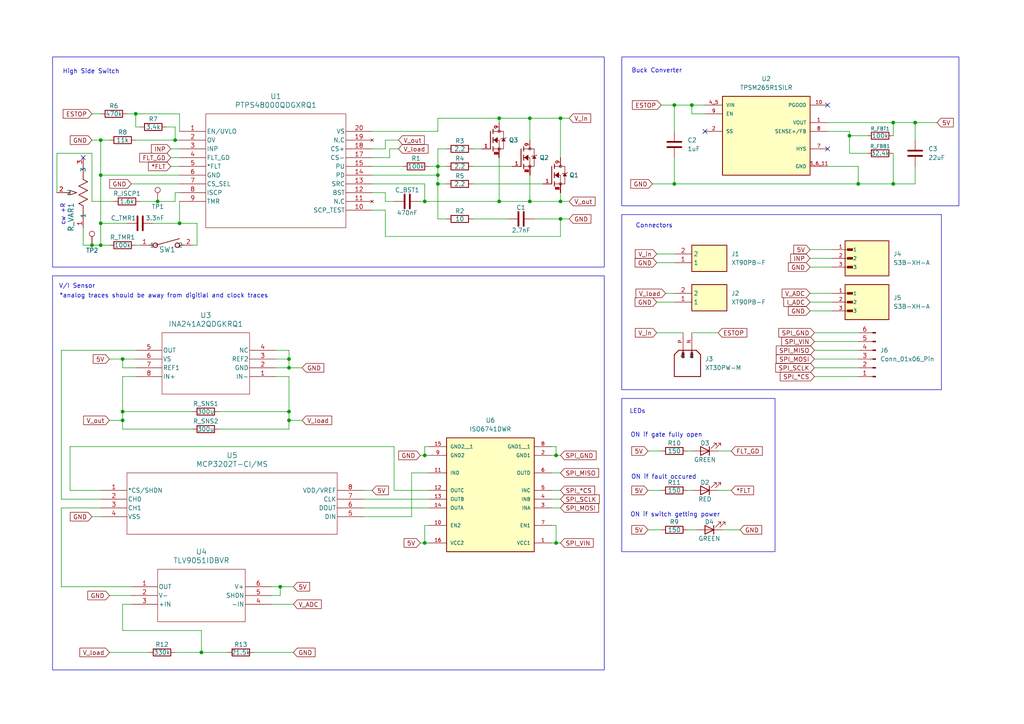
<source format=kicad_sch>
(kicad_sch (version 20250114) (generator "eeschema") (generator_version "9.0")
  (paper "A4")
  (lib_symbols
    (symbol "2025-07-09_20-10-29:PTPS48000QDGXRQ1" (pin_names (offset 0.254))
      (property "Reference" "U" (at 27.94 10.16 0))
      (property "Value" "PTPS48000QDGXRQ1" (at 27.94 7.62 0))
      (symbol "PTPS48000QDGXRQ1_0_1"
        (pin input line (at 0 0 0) (length 7.62) (name "EN/UVLO") (number "1"))
        (pin input line (at 0 -2.54 0) (length 7.62) (name "OV") (number "2"))
        (pin input line (at 0 -5.08 0) (length 7.62) (name "INP") (number "3"))
        (pin output line (at 0 -7.62 0) (length 7.62) (name "FLT_GD") (number "4"))
        (pin output line (at 0 -10.16 0) (length 7.62) (name "*FLT") (number "5"))
        (pin power_out line (at 0 -12.7 0) (length 7.62) (name "GND") (number "6"))
        (pin input line (at 0 -15.24 0) (length 7.62) (name "CS_SEL") (number "7"))
        (pin input line (at 0 -17.78 0) (length 7.62) (name "ISCP") (number "8"))
        (pin input line (at 0 -20.32 0) (length 7.62) (name "TMR") (number "9"))
        (pin power_in line (at 55.88 0 180) (length 7.62) (name "VS") (number "20"))
        (pin no_connect line (at 55.88 -2.54 180) (length 7.62) (name "N.C") (number "19"))
        (pin input line (at 55.88 -5.08 180) (length 7.62) (name "CS+") (number "18"))
        (pin input line (at 55.88 -7.62 180) (length 7.62) (name "CS-") (number "17"))
        (pin output line (at 55.88 -10.16 180) (length 7.62) (name "PU") (number "15"))
        (pin output line (at 55.88 -12.7 180) (length 7.62) (name "PD") (number "14"))
        (pin output line (at 55.88 -15.24 180) (length 7.62) (name "SRC") (number "13"))
        (pin output line (at 55.88 -17.78 180) (length 7.62) (name "BST") (number "12"))
        (pin no_connect line (at 55.88 -20.32 180) (length 7.62) (name "N.C") (number "11"))
        (pin input line (at 55.88 -22.86 180) (length 7.62) (name "SCP_TEST") (number "10"))
      )
    )
    (symbol "20k_potentiometer:T93YA203JT20" (pin_names (offset 0.254))
      (property "Reference" "R" (at 10.795 -3.175 0))
      (property "Value" "T93YA203JT20" (at 10.795 -6.35 0))
      (symbol "T93YA203JT20_1_1"
        (pin unspecified line (at 0 0 0) (length 2.54) (name "1") (number "1"))
        (pin unspecified line (at 10.16 7.62 270) (length 2.54) (name "2") (number "2"))
        (pin unspecified line (at 20.32 0 180) (length 2.54) (name "3") (number "3"))
      )
      (symbol "T93YA203JT20_1_2"
        (pin unspecified line (at -7.62 -10.16 0) (length 2.54) (name "2") (number "2"))
        (pin unspecified line (at 0 0 270) (length 2.54) (name "1") (number "1"))
        (pin unspecified line (at 0 -20.32 90) (length 2.54) (name "3") (number "3"))
      )
    )
    (symbol "Connector:Conn_01x06_Pin" (pin_names (offset 1.016) (hide yes))
      (property "Reference" "J" (at 0 7.62 0))
      (property "Value" "Conn_01x06_Pin" (at 0 -10.16 0))
      (symbol "Conn_01x06_Pin_1_1"
        (pin passive line (at 5.08 5.08 180) (length 3.81) (name "Pin_1") (number "1"))
        (pin passive line (at 5.08 2.54 180) (length 3.81) (name "Pin_2") (number "2"))
        (pin passive line (at 5.08 0 180) (length 3.81) (name "Pin_3") (number "3"))
        (pin passive line (at 5.08 -2.54 180) (length 3.81) (name "Pin_4") (number "4"))
        (pin passive line (at 5.08 -5.08 180) (length 3.81) (name "Pin_5") (number "5"))
        (pin passive line (at 5.08 -7.62 180) (length 3.81) (name "Pin_6") (number "6"))
      )
    )
    (symbol "Connector:TestPoint" (pin_numbers (hide yes)) (pin_names (offset 0.762) (hide yes))
      (property "Reference" "TP" (at 0 6.858 0))
      (property "Value" "TestPoint" (at 0 5.08 0))
      (symbol "TestPoint_1_1"
        (pin passive line (at 0 0 90) (length 2.54) (name "1") (number "1"))
      )
    )
    (symbol "Device:C" (pin_numbers (hide yes)) (pin_names (offset 0.254))
      (property "Reference" "C" (at 0.635 2.54 0))
      (property "Value" "C" (at 0.635 -2.54 0))
      (symbol "C_1_1"
        (pin passive line (at 0 3.81 270) (length 2.794) (name "~") (number "1"))
        (pin passive line (at 0 -3.81 90) (length 2.794) (name "~") (number "2"))
      )
    )
    (symbol "Device:LED" (pin_numbers (hide yes)) (pin_names (offset 1.016) (hide yes))
      (property "Reference" "D" (at 0 2.54 0))
      (property "Value" "LED" (at 0 -2.54 0))
      (symbol "LED_1_1"
        (pin passive line (at -3.81 0 0) (length 2.54) (name "C") (number "1"))
        (pin passive line (at 3.81 0 180) (length 2.54) (name "A") (number "2"))
      )
    )
    (symbol "Device:R" (pin_numbers (hide yes)) (pin_names (offset 0))
      (property "Reference" "R" (at 2.032 0 90))
      (property "Value" "R" (at 0 0 90))
      (symbol "R_1_1"
        (pin passive line (at 0 3.81 270) (length 1.27) (name "~") (number "1"))
        (pin passive line (at 0 -3.81 90) (length 1.27) (name "~") (number "2"))
      )
    )
    (symbol "IAUS200N08S5N023ATMA1:IAUS200N08S5N023ATMA1" (pin_names (offset 1.016))
      (property "Reference" "Q" (at -8.89 2.54 0))
      (property "Value" "IAUS200N08S5N023ATMA1" (at -8.89 -7.62 0))
      (symbol "IAUS200N08S5N023ATMA1_0_0"
        (pin passive line (at -2.54 -2.54 0) (length 2.54) (name "~") (number "1"))
        (pin passive line (at 2.54 5.08 270) (length 2.54) (name "~") (number "9"))
        (pin passive line (at 2.54 -5.08 90) (length 2.54) (name "~") (number "2"))
        (pin passive line (at 2.54 -5.08 90) (length 2.54) (name "~") (number "3"))
        (pin passive line (at 2.54 -5.08 90) (length 2.54) (name "~") (number "4"))
        (pin passive line (at 2.54 -5.08 90) (length 2.54) (name "~") (number "5"))
        (pin passive line (at 2.54 -5.08 90) (length 2.54) (name "~") (number "6"))
        (pin passive line (at 2.54 -5.08 90) (length 2.54) (name "~") (number "7"))
        (pin passive line (at 2.54 -5.08 90) (length 2.54) (name "~") (number "8"))
      )
    )
    (symbol "INA241A1:INA241A1QDGKRQ1" (pin_names (offset 0.254))
      (property "Reference" "U" (at 20.32 10.16 0))
      (property "Value" "INA241A1QDGKRQ1" (at 20.32 7.62 0))
      (symbol "INA241A1QDGKRQ1_0_1"
        (pin input line (at 0 0 0) (length 7.62) (name "IN-") (number "1"))
        (pin power_out line (at 0 -2.54 0) (length 7.62) (name "GND") (number "2"))
        (pin input line (at 0 -5.08 0) (length 7.62) (name "REF2") (number "3"))
        (pin power_out line (at 0 -7.62 0) (length 7.62) (name "NC") (number "4"))
        (pin input line (at 40.64 0 180) (length 7.62) (name "IN+") (number "8"))
        (pin input line (at 40.64 -2.54 180) (length 7.62) (name "REF1") (number "7"))
        (pin power_in line (at 40.64 -5.08 180) (length 7.62) (name "VS") (number "6"))
        (pin output line (at 40.64 -7.62 180) (length 7.62) (name "OUT") (number "5"))
      )
    )
    (symbol "ISO6741DWR:ISO6741DWR" (pin_names (offset 1.016))
      (property "Reference" "U" (at -12.7 16.002 0))
      (property "Value" "ISO6741DWR" (at -12.7 -18.542 0))
      (symbol "ISO6741DWR_0_0"
        (pin power_in line (at -17.78 12.7 0) (length 5.08) (name "VCC1") (number "1"))
        (pin input line (at -17.78 7.62 0) (length 5.08) (name "EN1") (number "7"))
        (pin input line (at -17.78 2.54 0) (length 5.08) (name "INA") (number "3"))
        (pin input line (at -17.78 0 0) (length 5.08) (name "INB") (number "4"))
        (pin input line (at -17.78 -2.54 0) (length 5.08) (name "INC") (number "5"))
        (pin output line (at -17.78 -7.62 0) (length 5.08) (name "OUTD") (number "6"))
        (pin power_in line (at -17.78 -12.7 0) (length 5.08) (name "GND1") (number "2"))
        (pin power_in line (at -17.78 -15.24 0) (length 5.08) (name "GND1__1") (number "8"))
        (pin power_in line (at 17.78 12.7 180) (length 5.08) (name "VCC2") (number "16"))
        (pin input line (at 17.78 7.62 180) (length 5.08) (name "EN2") (number "10"))
        (pin output line (at 17.78 2.54 180) (length 5.08) (name "OUTA") (number "14"))
        (pin output line (at 17.78 0 180) (length 5.08) (name "OUTB") (number "13"))
        (pin output line (at 17.78 -2.54 180) (length 5.08) (name "OUTC") (number "12"))
        (pin input line (at 17.78 -7.62 180) (length 5.08) (name "IND") (number "11"))
        (pin power_in line (at 17.78 -12.7 180) (length 5.08) (name "GND2") (number "9"))
        (pin power_in line (at 17.78 -15.24 180) (length 5.08) (name "GND2__1") (number "15"))
      )
    )
    (symbol "MCP3202:MCP3202T-CI_MS" (pin_names (offset 0.254))
      (property "Reference" "U" (at 38.1 10.16 0))
      (property "Value" "MCP3202T-CI/MS" (at 38.1 7.62 0))
      (symbol "MCP3202T-CI_MS_0_1"
        (pin unspecified line (at 0 0 0) (length 7.62) (name "*CS/SHDN") (number "1"))
        (pin unspecified line (at 0 -2.54 0) (length 7.62) (name "CH0") (number "2"))
        (pin unspecified line (at 0 -5.08 0) (length 7.62) (name "CH1") (number "3"))
        (pin unspecified line (at 0 -7.62 0) (length 7.62) (name "VSS") (number "4"))
        (pin unspecified line (at 76.2 0 180) (length 7.62) (name "VDD/VREF") (number "8"))
        (pin unspecified line (at 76.2 -2.54 180) (length 7.62) (name "CLK") (number "7"))
        (pin unspecified line (at 76.2 -5.08 180) (length 7.62) (name "DOUT") (number "6"))
        (pin unspecified line (at 76.2 -7.62 180) (length 7.62) (name "DIN") (number "5"))
      )
    )
    (symbol "TLV9051IDBVR:TLV9051IDBVR" (pin_names (offset 0.254))
      (property "Reference" "U" (at 20.32 10.16 0))
      (property "Value" "TLV9051IDBVR" (at 20.32 7.62 0))
      (symbol "TLV9051IDBVR_0_1"
        (pin output line (at 0 0 0) (length 7.62) (name "OUT") (number "1"))
        (pin power_in line (at 0 -2.54 0) (length 7.62) (name "V-") (number "2"))
        (pin input line (at 0 -5.08 0) (length 7.62) (name "+IN") (number "3"))
        (pin power_in line (at 40.64 0 180) (length 7.62) (name "V+") (number "6"))
        (pin input line (at 40.64 -2.54 180) (length 7.62) (name "SHDN") (number "5"))
        (pin input line (at 40.64 -5.08 180) (length 7.62) (name "-IN") (number "4"))
      )
    )
    (symbol "TPSM265R1SILR:TPSM265R1SILR" (pin_names (offset 1.016))
      (property "Reference" "U" (at -12.7 11.049 0))
      (property "Value" "TPSM265R1SILR" (at -12.7 -15.24 0))
      (symbol "TPSM265R1SILR_0_0"
        (pin input line (at -17.78 7.62 0) (length 5.08) (name "VIN") (number "4_5"))
        (pin input line (at -17.78 5.08 0) (length 5.08) (name "EN") (number "9"))
        (pin input line (at -17.78 0 0) (length 5.08) (name "SS") (number "2"))
        (pin output line (at 17.78 7.62 180) (length 5.08) (name "PGOOD") (number "10"))
        (pin output line (at 17.78 2.54 180) (length 5.08) (name "VOUT") (number "1"))
        (pin input line (at 17.78 0 180) (length 5.08) (name "SENSE+/FB") (number "8"))
        (pin output line (at 17.78 -5.08 180) (length 5.08) (name "HYS") (number "7"))
        (pin power_in line (at 17.78 -10.16 180) (length 5.08) (name "GND") (number "3_6_11"))
      )
    )
    (symbol "XT30PW-M:XT30PW-M" (pin_names (offset 1.016))
      (property "Reference" "J" (at -7.62 3.302 0))
      (property "Value" "XT30PW-M" (at -7.62 -7.62 0))
      (symbol "XT30PW-M_0_0"
        (pin power_in line (at 5.08 0 180) (length 5.08) (name "P") (number "P"))
        (pin power_in line (at 5.08 -2.54 180) (length 5.08) (name "N") (number "N"))
      )
    )
    (symbol "XT90PB-F:XT90PB-F"
      (property "Reference" "J" (at 16.51 7.62 0))
      (property "Value" "XT90PB-F" (at 16.51 5.08 0))
      (symbol "XT90PB-F_1_1"
        (pin passive line (at 0 0 0) (length 5.08) (name "2") (number "2"))
        (pin passive line (at 0 -2.54 0) (length 5.08) (name "1") (number "1"))
      )
    )
    (symbol "XT90PB-F_1"
      (property "Reference" "J1" (at 16.51 0.0001 0))
      (property "Value" "XT90PB-F" (at 16.51 -2.5399 0))
      (symbol "XT90PB-F_1_1_1"
        (pin power_out line (at 0 0 0) (length 5.08) (name "2") (number "2"))
        (pin power_in line (at 0 -2.54 0) (length 5.08) (name "1") (number "1"))
      )
    )
    (symbol "dip_1:DS04-254-1-01BK-SMT" (pin_names (offset 0.254))
      (property "Reference" "SW" (at 7.62 3.81 0))
      (property "Value" "DS04-254-1-01BK-SMT" (at 0 0 0))
      (symbol "DS04-254-1-01BK-SMT_0_1"
        (pin unspecified line (at 0 0 0) (length 2.54) (name "1") (number "1"))
        (pin unspecified line (at 15.24 0 180) (length 2.54) (name "2") (number "2"))
      )
    )
    (symbol "jst_3pin:S3B-XH-A" (pin_names (offset 1.016))
      (property "Reference" "J" (at -6.85 5.08 0))
      (property "Value" "S3B-XH-A" (at -6.35 -7.62 0))
      (symbol "S3B-XH-A_0_0"
        (pin passive line (at -10.16 2.54 0) (length 5.08) (name "1") (number "1"))
        (pin passive line (at -10.16 0 0) (length 5.08) (name "2") (number "2"))
        (pin passive line (at -10.16 -2.54 0) (length 5.08) (name "3") (number "3"))
      )
    )
  )
  (rectangle (start 180.34 16.51) (end 278.13 59.69))
  (rectangle (start 15.24 16.51) (end 175.26 77.47))
  (rectangle (start 180.34 115.57) (end 224.79 160.02))
  (rectangle (start 15.24 80.01) (end 175.26 194.31))
  (rectangle (start 180.34 62.23) (end 273.05 113.03))
  (text "LEDs" (at 184.912 119.38 0) (effects (font (size 1.27 1.27))))
  (text "Connectors" (at 189.738 65.532 0) (effects (font (size 1.27 1.27))))
  (text "Buck Converter" (at 190.5 20.574 0) (effects (font (size 1.27 1.27))))
  (text "*analog traces should be away from digitial and clock traces" (at 47.498 85.852 0) (effects (font (size 1.27 1.27))))
  (text "ON if switch getting power" (at 195.834 149.352 0) (effects (font (size 1.27 1.27))))
  (text "ON if fault occured" (at 192.532 138.43 0) (effects (font (size 1.27 1.27))))
  (text "High Side Switch" (at 26.416 20.828 0) (effects (font (size 1.27 1.27))))
  (text "V/I Sensor" (at 22.352 83.058 0) (effects (font (size 1.27 1.27))))
  (text "cw +R" (at 18.288 62.23 90) (effects (font (size 1.27 1.27))))
  (text "ON if gate fully open" (at 193.294 126.238 0) (effects (font (size 1.27 1.27))))
  (junction (at 153.67 34.29))
  (junction (at 26.67 71.12))
  (junction (at 35.56 104.14))
  (junction (at 259.08 35.56))
  (junction (at 246.38 39.37))
  (junction (at 265.43 35.56))
  (junction (at 162.56 63.5))
  (junction (at 195.58 30.48))
  (junction (at 35.56 121.92))
  (junction (at 29.21 64.77))
  (junction (at 162.56 34.29))
  (junction (at 127 48.26))
  (junction (at 195.58 53.34))
  (junction (at 127 53.34))
  (junction (at 144.78 34.29))
  (junction (at 58.42 189.23))
  (junction (at 162.56 58.42))
  (junction (at 248.92 53.34))
  (junction (at 161.29 132.08))
  (junction (at 123.19 157.48))
  (junction (at 123.19 132.08))
  (junction (at 83.82 121.92))
  (junction (at 83.82 104.14))
  (junction (at 45.72 58.42))
  (junction (at 81.28 170.18))
  (junction (at 39.37 33.02))
  (junction (at 29.21 71.12))
  (junction (at 123.19 58.42))
  (junction (at 29.21 40.64))
  (junction (at 29.21 50.8))
  (junction (at 50.8 40.64))
  (junction (at 83.82 106.68))
  (junction (at 52.07 64.77))
  (junction (at 161.29 157.48))
  (junction (at 144.78 58.42))
  (junction (at 35.56 119.38))
  (junction (at 83.82 119.38))
  (junction (at 127 50.8))
  (junction (at 259.08 53.34))
  (junction (at 153.67 58.42))
  (junction (at 200.66 30.48))
  (no_connect (at 240.03 30.48))
  (no_connect (at 240.03 43.18))
  (no_connect (at 24.13 45.72))
  (no_connect (at 204.47 38.1))
  (wire (pts (xy 83.82 106.68) (xy 87.63 106.68)))
  (wire (pts (xy 195.58 30.48) (xy 195.58 38.1)))
  (wire (pts (xy 114.3 142.24) (xy 124.46 142.24)))
  (wire (pts (xy 29.21 71.12) (xy 31.75 71.12)))
  (wire (pts (xy 107.95 50.8) (xy 127 50.8)))
  (wire (pts (xy 200.66 30.48) (xy 204.47 30.48)))
  (wire (pts (xy 39.37 71.12) (xy 40.64 71.12)))
  (wire (pts (xy 265.43 35.56) (xy 271.78 35.56)))
  (wire (pts (xy 162.56 34.29) (xy 162.56 45.72)))
  (wire (pts (xy 259.08 35.56) (xy 265.43 35.56)))
  (wire (pts (xy 26.67 40.64) (xy 29.21 40.64)))
  (wire (pts (xy 199.39 130.81) (xy 200.66 130.81)))
  (wire (pts (xy 240.03 38.1) (xy 246.38 38.1)))
  (wire (pts (xy 248.92 48.26) (xy 248.92 53.34)))
  (wire (pts (xy 80.01 109.22) (xy 83.82 109.22)))
  (wire (pts (xy 114.3 58.42) (xy 111.76 58.42)))
  (wire (pts (xy 35.56 175.26) (xy 35.56 182.88)))
  (wire (pts (xy 107.95 45.72) (xy 113.03 45.72)))
  (wire (pts (xy 29.21 147.32) (xy 17.78 147.32)))
  (wire (pts (xy 17.78 144.78) (xy 29.21 144.78)))
  (wire (pts (xy 234.95 90.17) (xy 241.3 90.17)))
  (wire (pts (xy 81.28 172.72) (xy 81.28 170.18)))
  (wire (pts (xy 113.03 43.18) (xy 113.03 45.72)))
  (wire (pts (xy 246.38 39.37) (xy 246.38 38.1)))
  (wire (pts (xy 162.56 68.58) (xy 162.56 63.5)))
  (wire (pts (xy 259.08 53.34) (xy 248.92 53.34)))
  (wire (pts (xy 234.95 72.39) (xy 241.3 72.39)))
  (wire (pts (xy 105.41 149.86) (xy 119.38 149.86)))
  (wire (pts (xy 83.82 109.22) (xy 83.82 119.38)))
  (wire (pts (xy 153.67 58.42) (xy 162.56 58.42)))
  (wire (pts (xy 24.13 71.12) (xy 26.67 71.12)))
  (wire (pts (xy 144.78 34.29) (xy 153.67 34.29)))
  (wire (pts (xy 35.56 104.14) (xy 39.37 104.14)))
  (wire (pts (xy 31.75 121.92) (xy 35.56 121.92)))
  (wire (pts (xy 127 63.5) (xy 127 53.34)))
  (wire (pts (xy 137.16 43.18) (xy 139.7 43.18)))
  (wire (pts (xy 29.21 64.77) (xy 36.83 64.77)))
  (wire (pts (xy 162.56 58.42) (xy 165.1 58.42)))
  (wire (pts (xy 63.5 124.46) (xy 83.82 124.46)))
  (wire (pts (xy 111.76 58.42) (xy 111.76 55.88)))
  (wire (pts (xy 124.46 48.26) (xy 127 48.26)))
  (wire (pts (xy 17.78 170.18) (xy 38.1 170.18)))
  (wire (pts (xy 154.94 63.5) (xy 162.56 63.5)))
  (wire (pts (xy 199.39 153.67) (xy 201.93 153.67)))
  (wire (pts (xy 137.16 48.26) (xy 148.59 48.26)))
  (wire (pts (xy 31.75 172.72) (xy 38.1 172.72)))
  (wire (pts (xy 246.38 44.45) (xy 246.38 39.37)))
  (wire (pts (xy 111.76 40.64) (xy 115.57 40.64)))
  (wire (pts (xy 161.29 152.4) (xy 161.29 157.48)))
  (wire (pts (xy 114.3 129.54) (xy 114.3 142.24)))
  (wire (pts (xy 78.74 172.72) (xy 81.28 172.72)))
  (wire (pts (xy 38.1 175.26) (xy 35.56 175.26)))
  (wire (pts (xy 39.37 109.22) (xy 35.56 109.22)))
  (wire (pts (xy 107.95 142.24) (xy 105.41 142.24)))
  (wire (pts (xy 52.07 64.77) (xy 52.07 58.42)))
  (wire (pts (xy 190.5 73.66) (xy 195.58 73.66)))
  (wire (pts (xy 127 34.29) (xy 144.78 34.29)))
  (wire (pts (xy 17.78 101.6) (xy 39.37 101.6)))
  (wire (pts (xy 162.56 137.16) (xy 160.02 137.16)))
  (wire (pts (xy 153.67 34.29) (xy 153.67 40.64)))
  (wire (pts (xy 116.84 48.26) (xy 107.95 48.26)))
  (wire (pts (xy 35.56 109.22) (xy 35.56 119.38)))
  (wire (pts (xy 105.41 147.32) (xy 124.46 147.32)))
  (wire (pts (xy 129.54 43.18) (xy 127 43.18)))
  (wire (pts (xy 162.56 144.78) (xy 160.02 144.78)))
  (wire (pts (xy 17.78 147.32) (xy 17.78 170.18)))
  (wire (pts (xy 127 34.29) (xy 127 38.1)))
  (wire (pts (xy 144.78 45.72) (xy 144.78 58.42)))
  (wire (pts (xy 144.78 58.42) (xy 153.67 58.42)))
  (wire (pts (xy 111.76 60.96) (xy 111.76 68.58)))
  (wire (pts (xy 127 53.34) (xy 129.54 53.34)))
  (wire (pts (xy 45.72 58.42) (xy 50.8 58.42)))
  (wire (pts (xy 236.22 99.06) (xy 248.92 99.06)))
  (wire (pts (xy 195.58 45.72) (xy 195.58 53.34)))
  (wire (pts (xy 123.19 152.4) (xy 123.19 157.48)))
  (wire (pts (xy 111.76 55.88) (xy 107.95 55.88)))
  (wire (pts (xy 200.66 96.52) (xy 208.28 96.52)))
  (wire (pts (xy 259.08 35.56) (xy 259.08 39.37)))
  (wire (pts (xy 26.67 58.42) (xy 26.67 44.45)))
  (wire (pts (xy 107.95 38.1) (xy 127 38.1)))
  (wire (pts (xy 137.16 63.5) (xy 147.32 63.5)))
  (wire (pts (xy 193.04 85.09) (xy 195.58 85.09)))
  (wire (pts (xy 208.28 130.81) (xy 212.09 130.81)))
  (wire (pts (xy 187.96 130.81) (xy 191.77 130.81)))
  (wire (pts (xy 119.38 137.16) (xy 124.46 137.16)))
  (wire (pts (xy 234.95 85.09) (xy 241.3 85.09)))
  (wire (pts (xy 189.23 53.34) (xy 195.58 53.34)))
  (wire (pts (xy 26.67 44.45) (xy 16.51 44.45)))
  (wire (pts (xy 162.56 34.29) (xy 165.1 34.29)))
  (wire (pts (xy 162.56 55.88) (xy 162.56 58.42)))
  (wire (pts (xy 35.56 119.38) (xy 55.88 119.38)))
  (wire (pts (xy 191.77 30.48) (xy 195.58 30.48)))
  (wire (pts (xy 31.75 104.14) (xy 35.56 104.14)))
  (wire (pts (xy 190.5 96.52) (xy 198.12 96.52)))
  (wire (pts (xy 35.56 124.46) (xy 35.56 121.92)))
  (wire (pts (xy 111.76 43.18) (xy 111.76 40.64)))
  (wire (pts (xy 39.37 106.68) (xy 35.56 106.68)))
  (wire (pts (xy 83.82 119.38) (xy 83.82 121.92)))
  (wire (pts (xy 162.56 147.32) (xy 160.02 147.32)))
  (wire (pts (xy 259.08 44.45) (xy 259.08 53.34)))
  (wire (pts (xy 123.19 58.42) (xy 144.78 58.42)))
  (wire (pts (xy 199.39 142.24) (xy 200.66 142.24)))
  (wire (pts (xy 50.8 36.83) (xy 50.8 40.64)))
  (wire (pts (xy 107.95 60.96) (xy 111.76 60.96)))
  (wire (pts (xy 38.1 53.34) (xy 52.07 53.34)))
  (wire (pts (xy 153.67 50.8) (xy 153.67 58.42)))
  (wire (pts (xy 153.67 34.29) (xy 162.56 34.29)))
  (wire (pts (xy 39.37 33.02) (xy 52.07 33.02)))
  (wire (pts (xy 80.01 106.68) (xy 83.82 106.68)))
  (wire (pts (xy 240.03 35.56) (xy 259.08 35.56)))
  (wire (pts (xy 234.95 77.47) (xy 241.3 77.47)))
  (wire (pts (xy 20.32 129.54) (xy 114.3 129.54)))
  (wire (pts (xy 105.41 144.78) (xy 124.46 144.78)))
  (wire (pts (xy 50.8 189.23) (xy 58.42 189.23)))
  (wire (pts (xy 111.76 68.58) (xy 162.56 68.58)))
  (wire (pts (xy 195.58 53.34) (xy 248.92 53.34)))
  (wire (pts (xy 35.56 121.92) (xy 35.56 119.38)))
  (wire (pts (xy 29.21 50.8) (xy 52.07 50.8)))
  (wire (pts (xy 29.21 40.64) (xy 31.75 40.64)))
  (wire (pts (xy 246.38 39.37) (xy 251.46 39.37)))
  (wire (pts (xy 200.66 33.02) (xy 204.47 33.02)))
  (wire (pts (xy 29.21 142.24) (xy 20.32 142.24)))
  (wire (pts (xy 251.46 44.45) (xy 246.38 44.45)))
  (wire (pts (xy 24.13 71.12) (xy 24.13 66.04)))
  (wire (pts (xy 83.82 104.14) (xy 83.82 106.68)))
  (wire (pts (xy 80.01 104.14) (xy 83.82 104.14)))
  (wire (pts (xy 29.21 40.64) (xy 29.21 50.8)))
  (wire (pts (xy 190.5 76.2) (xy 195.58 76.2)))
  (wire (pts (xy 29.21 64.77) (xy 29.21 71.12)))
  (wire (pts (xy 187.96 153.67) (xy 191.77 153.67)))
  (wire (pts (xy 35.56 124.46) (xy 55.88 124.46)))
  (wire (pts (xy 208.28 142.24) (xy 212.09 142.24)))
  (wire (pts (xy 57.15 71.12) (xy 57.15 64.77)))
  (wire (pts (xy 123.19 132.08) (xy 124.46 132.08)))
  (wire (pts (xy 200.66 30.48) (xy 200.66 33.02)))
  (wire (pts (xy 26.67 58.42) (xy 33.02 58.42)))
  (wire (pts (xy 187.96 142.24) (xy 191.77 142.24)))
  (wire (pts (xy 123.19 58.42) (xy 121.92 58.42)))
  (wire (pts (xy 236.22 109.22) (xy 248.92 109.22)))
  (wire (pts (xy 129.54 48.26) (xy 127 48.26)))
  (wire (pts (xy 123.19 129.54) (xy 123.19 132.08)))
  (wire (pts (xy 73.66 189.23) (xy 85.09 189.23)))
  (wire (pts (xy 50.8 58.42) (xy 50.8 55.88)))
  (wire (pts (xy 31.75 189.23) (xy 43.18 189.23)))
  (wire (pts (xy 236.22 101.6) (xy 248.92 101.6)))
  (wire (pts (xy 26.67 149.86) (xy 29.21 149.86)))
  (wire (pts (xy 160.02 129.54) (xy 161.29 129.54)))
  (wire (pts (xy 162.56 157.48) (xy 161.29 157.48)))
  (wire (pts (xy 48.26 36.83) (xy 50.8 36.83)))
  (wire (pts (xy 236.22 96.52) (xy 248.92 96.52)))
  (wire (pts (xy 36.83 33.02) (xy 39.37 33.02)))
  (wire (pts (xy 57.15 71.12) (xy 55.88 71.12)))
  (wire (pts (xy 209.55 153.67) (xy 214.63 153.67)))
  (wire (pts (xy 162.56 132.08) (xy 161.29 132.08)))
  (wire (pts (xy 113.03 43.18) (xy 115.57 43.18)))
  (wire (pts (xy 162.56 142.24) (xy 160.02 142.24)))
  (wire (pts (xy 29.21 50.8) (xy 29.21 64.77)))
  (wire (pts (xy 35.56 106.68) (xy 35.56 104.14)))
  (wire (pts (xy 160.02 152.4) (xy 161.29 152.4)))
  (wire (pts (xy 49.53 43.18) (xy 52.07 43.18)))
  (wire (pts (xy 44.45 64.77) (xy 52.07 64.77)))
  (wire (pts (xy 123.19 53.34) (xy 123.19 58.42)))
  (wire (pts (xy 161.29 157.48) (xy 160.02 157.48)))
  (wire (pts (xy 52.07 33.02) (xy 52.07 38.1)))
  (wire (pts (xy 127 43.18) (xy 127 48.26)))
  (wire (pts (xy 161.29 132.08) (xy 160.02 132.08)))
  (wire (pts (xy 83.82 121.92) (xy 87.63 121.92)))
  (wire (pts (xy 81.28 170.18) (xy 85.09 170.18)))
  (wire (pts (xy 119.38 149.86) (xy 119.38 137.16)))
  (wire (pts (xy 83.82 121.92) (xy 83.82 124.46)))
  (wire (pts (xy 127 53.34) (xy 127 50.8)))
  (wire (pts (xy 234.95 87.63) (xy 241.3 87.63)))
  (wire (pts (xy 83.82 101.6) (xy 83.82 104.14)))
  (wire (pts (xy 39.37 33.02) (xy 39.37 36.83)))
  (wire (pts (xy 121.92 132.08) (xy 123.19 132.08)))
  (wire (pts (xy 26.67 33.02) (xy 29.21 33.02)))
  (wire (pts (xy 124.46 129.54) (xy 123.19 129.54)))
  (wire (pts (xy 265.43 53.34) (xy 259.08 53.34)))
  (wire (pts (xy 78.74 175.26) (xy 85.09 175.26)))
  (wire (pts (xy 124.46 152.4) (xy 123.19 152.4)))
  (wire (pts (xy 107.95 43.18) (xy 111.76 43.18)))
  (wire (pts (xy 144.78 34.29) (xy 144.78 35.56)))
  (wire (pts (xy 49.53 48.26) (xy 52.07 48.26)))
  (wire (pts (xy 129.54 63.5) (xy 127 63.5)))
  (wire (pts (xy 49.53 45.72) (xy 52.07 45.72)))
  (wire (pts (xy 123.19 157.48) (xy 124.46 157.48)))
  (wire (pts (xy 80.01 101.6) (xy 83.82 101.6)))
  (wire (pts (xy 63.5 119.38) (xy 83.82 119.38)))
  (wire (pts (xy 16.51 44.45) (xy 16.51 55.88)))
  (wire (pts (xy 161.29 129.54) (xy 161.29 132.08)))
  (wire (pts (xy 248.92 48.26) (xy 240.03 48.26)))
  (wire (pts (xy 20.32 142.24) (xy 20.32 129.54)))
  (wire (pts (xy 107.95 53.34) (xy 123.19 53.34)))
  (wire (pts (xy 236.22 106.68) (xy 248.92 106.68)))
  (wire (pts (xy 57.15 64.77) (xy 52.07 64.77)))
  (wire (pts (xy 50.8 40.64) (xy 52.07 40.64)))
  (wire (pts (xy 58.42 182.88) (xy 58.42 189.23)))
  (wire (pts (xy 195.58 30.48) (xy 200.66 30.48)))
  (wire (pts (xy 35.56 182.88) (xy 58.42 182.88)))
  (wire (pts (xy 127 48.26) (xy 127 50.8)))
  (wire (pts (xy 162.56 63.5) (xy 165.1 63.5)))
  (wire (pts (xy 17.78 101.6) (xy 17.78 144.78)))
  (wire (pts (xy 265.43 35.56) (xy 265.43 40.64)))
  (wire (pts (xy 236.22 104.14) (xy 248.92 104.14)))
  (wire (pts (xy 265.43 48.26) (xy 265.43 53.34)))
  (wire (pts (xy 137.16 53.34) (xy 157.48 53.34)))
  (wire (pts (xy 190.5 87.63) (xy 195.58 87.63)))
  (wire (pts (xy 26.67 71.12) (xy 29.21 71.12)))
  (wire (pts (xy 40.64 58.42) (xy 45.72 58.42)))
  (wire (pts (xy 58.42 189.23) (xy 66.04 189.23)))
  (wire (pts (xy 234.95 74.93) (xy 241.3 74.93)))
  (wire (pts (xy 121.92 157.48) (xy 123.19 157.48)))
  (wire (pts (xy 39.37 36.83) (xy 40.64 36.83)))
  (wire (pts (xy 78.74 170.18) (xy 81.28 170.18)))
  (wire (pts (xy 50.8 55.88) (xy 52.07 55.88)))
  (wire (pts (xy 39.37 40.64) (xy 50.8 40.64)))
  (global_label "INP" (shape input) (at 234.95 74.93 180) (property "Intersheetrefs" "${INTERSHEET_REFS}" (effects (hide yes))))
  (global_label "V_in" (shape input) (at 165.1 34.29 0) (property "Intersheetrefs" "${INTERSHEET_REFS}" (effects (hide yes))))
  (global_label "SPI_SCLK" (shape input) (at 236.22 106.68 180) (property "Intersheetrefs" "${INTERSHEET_REFS}" (effects (hide yes))))
  (global_label "GND" (shape input) (at 26.67 149.86 180) (property "Intersheetrefs" "${INTERSHEET_REFS}" (effects (hide yes))))
  (global_label "SPI_MOSI" (shape input) (at 236.22 104.14 180) (property "Intersheetrefs" "${INTERSHEET_REFS}" (effects (hide yes))))
  (global_label "ESTOP" (shape input) (at 208.28 96.52 0) (property "Intersheetrefs" "${INTERSHEET_REFS}" (effects (hide yes))))
  (global_label "V_load" (shape input) (at 115.57 43.18 0) (property "Intersheetrefs" "${INTERSHEET_REFS}" (effects (hide yes))))
  (global_label "5V" (shape input) (at 85.09 170.18 0) (property "Intersheetrefs" "${INTERSHEET_REFS}" (effects (hide yes))))
  (global_label "5V" (shape input) (at 187.96 153.67 180) (property "Intersheetrefs" "${INTERSHEET_REFS}" (effects (hide yes))))
  (global_label "SPI_MISO" (shape input) (at 236.22 101.6 180) (property "Intersheetrefs" "${INTERSHEET_REFS}" (effects (hide yes))))
  (global_label "5V" (shape input) (at 187.96 130.81 180) (property "Intersheetrefs" "${INTERSHEET_REFS}" (effects (hide yes))))
  (global_label "GND" (shape input) (at 214.63 153.67 0) (property "Intersheetrefs" "${INTERSHEET_REFS}" (effects (hide yes))))
  (global_label "GND" (shape input) (at 190.5 87.63 180) (property "Intersheetrefs" "${INTERSHEET_REFS}" (effects (hide yes))))
  (global_label "V_load" (shape input) (at 87.63 121.92 0) (property "Intersheetrefs" "${INTERSHEET_REFS}" (effects (hide yes))))
  (global_label "5V" (shape input) (at 121.92 157.48 180) (property "Intersheetrefs" "${INTERSHEET_REFS}" (effects (hide yes))))
  (global_label "FLT_GD" (shape input) (at 212.09 130.81 0) (property "Intersheetrefs" "${INTERSHEET_REFS}" (effects (hide yes))))
  (global_label "INP" (shape input) (at 49.53 43.18 180) (property "Intersheetrefs" "${INTERSHEET_REFS}" (effects (hide yes))))
  (global_label "GND" (shape input) (at 85.09 189.23 0) (property "Intersheetrefs" "${INTERSHEET_REFS}" (effects (hide yes))))
  (global_label "GND" (shape input) (at 190.5 76.2 180) (property "Intersheetrefs" "${INTERSHEET_REFS}" (effects (hide yes))))
  (global_label "SPI_GND" (shape input) (at 236.22 96.52 180) (property "Intersheetrefs" "${INTERSHEET_REFS}" (effects (hide yes))))
  (global_label "SPI_MISO" (shape input) (at 162.56 137.16 0) (property "Intersheetrefs" "${INTERSHEET_REFS}" (effects (hide yes))))
  (global_label "I_ADC" (shape input) (at 234.95 87.63 180) (property "Intersheetrefs" "${INTERSHEET_REFS}" (effects (hide yes))))
  (global_label "GND" (shape input) (at 87.63 106.68 0) (property "Intersheetrefs" "${INTERSHEET_REFS}" (effects (hide yes))))
  (global_label "GND" (shape input) (at 31.75 172.72 180) (property "Intersheetrefs" "${INTERSHEET_REFS}" (effects (hide yes))))
  (global_label "GND" (shape input) (at 121.92 132.08 180) (property "Intersheetrefs" "${INTERSHEET_REFS}" (effects (hide yes))))
  (global_label "SPI_*CS" (shape input) (at 162.56 142.24 0) (property "Intersheetrefs" "${INTERSHEET_REFS}" (effects (hide yes))))
  (global_label "GND" (shape input) (at 234.95 90.17 180) (property "Intersheetrefs" "${INTERSHEET_REFS}" (effects (hide yes))))
  (global_label "V_load" (shape input) (at 193.04 85.09 180) (property "Intersheetrefs" "${INTERSHEET_REFS}" (effects (hide yes))))
  (global_label "SPI_VIN" (shape input) (at 162.56 157.48 0) (property "Intersheetrefs" "${INTERSHEET_REFS}" (effects (hide yes))))
  (global_label "GND" (shape input) (at 165.1 63.5 0) (property "Intersheetrefs" "${INTERSHEET_REFS}" (effects (hide yes))))
  (global_label "5V" (shape input) (at 234.95 72.39 180) (property "Intersheetrefs" "${INTERSHEET_REFS}" (effects (hide yes))))
  (global_label "5V" (shape input) (at 271.78 35.56 0) (property "Intersheetrefs" "${INTERSHEET_REFS}" (effects (hide yes))))
  (global_label "GND" (shape input) (at 189.23 53.34 180) (property "Intersheetrefs" "${INTERSHEET_REFS}" (effects (hide yes))))
  (global_label "FLT_GD" (shape input) (at 49.53 45.72 180) (property "Intersheetrefs" "${INTERSHEET_REFS}" (effects (hide yes))))
  (global_label "5V" (shape input) (at 187.96 142.24 180) (property "Intersheetrefs" "${INTERSHEET_REFS}" (effects (hide yes))))
  (global_label "V_out" (shape input) (at 115.57 40.64 0) (property "Intersheetrefs" "${INTERSHEET_REFS}" (effects (hide yes))))
  (global_label "SPI_SCLK" (shape input) (at 162.56 144.78 0) (property "Intersheetrefs" "${INTERSHEET_REFS}" (effects (hide yes))))
  (global_label "V_out" (shape input) (at 31.75 121.92 180) (property "Intersheetrefs" "${INTERSHEET_REFS}" (effects (hide yes))))
  (global_label "GND" (shape input) (at 38.1 53.34 180) (property "Intersheetrefs" "${INTERSHEET_REFS}" (effects (hide yes))))
  (global_label "*FLT" (shape input) (at 49.53 48.26 180) (property "Intersheetrefs" "${INTERSHEET_REFS}" (effects (hide yes))))
  (global_label "5V" (shape input) (at 107.95 142.24 0) (property "Intersheetrefs" "${INTERSHEET_REFS}" (effects (hide yes))))
  (global_label "V_ADC" (shape input) (at 85.09 175.26 0) (property "Intersheetrefs" "${INTERSHEET_REFS}" (effects (hide yes))))
  (global_label "SPI_MOSI" (shape input) (at 162.56 147.32 0) (property "Intersheetrefs" "${INTERSHEET_REFS}" (effects (hide yes))))
  (global_label "V_in" (shape input) (at 190.5 96.52 180) (property "Intersheetrefs" "${INTERSHEET_REFS}" (effects (hide yes))))
  (global_label "GND" (shape input) (at 234.95 77.47 180) (property "Intersheetrefs" "${INTERSHEET_REFS}" (effects (hide yes))))
  (global_label "SPI_VIN" (shape input) (at 236.22 99.06 180) (property "Intersheetrefs" "${INTERSHEET_REFS}" (effects (hide yes))))
  (global_label "*FLT" (shape input) (at 212.09 142.24 0) (property "Intersheetrefs" "${INTERSHEET_REFS}" (effects (hide yes))))
  (global_label "V_in" (shape input) (at 190.5 73.66 180) (property "Intersheetrefs" "${INTERSHEET_REFS}" (effects (hide yes))))
  (global_label "ESTOP" (shape input) (at 26.67 33.02 180) (property "Intersheetrefs" "${INTERSHEET_REFS}" (effects (hide yes))))
  (global_label "V_out" (shape input) (at 165.1 58.42 0) (property "Intersheetrefs" "${INTERSHEET_REFS}" (effects (hide yes))))
  (global_label "SPI_*CS" (shape input) (at 236.22 109.22 180) (property "Intersheetrefs" "${INTERSHEET_REFS}" (effects (hide yes))))
  (global_label "V_load" (shape input) (at 31.75 189.23 180) (property "Intersheetrefs" "${INTERSHEET_REFS}" (effects (hide yes))))
  (global_label "GND" (shape input) (at 26.67 40.64 180) (property "Intersheetrefs" "${INTERSHEET_REFS}" (effects (hide yes))))
  (global_label "5V" (shape input) (at 31.75 104.14 180) (property "Intersheetrefs" "${INTERSHEET_REFS}" (effects (hide yes))))
  (global_label "SPI_GND" (shape input) (at 162.56 132.08 0) (property "Intersheetrefs" "${INTERSHEET_REFS}" (effects (hide yes))))
  (global_label "ESTOP" (shape input) (at 191.77 30.48 180) (property "Intersheetrefs" "${INTERSHEET_REFS}" (effects (hide yes))))
  (global_label "V_ADC" (shape input) (at 234.95 85.09 180) (property "Intersheetrefs" "${INTERSHEET_REFS}" (effects (hide yes))))
  (symbol (lib_id "Device:C") (at 265.43 44.45 0) (unit 1)
    (property "Reference" "C3" (at 269.24 43.1799 0) (effects (justify left)))
    (property "Value" "22uF" (at 269.24 45.7199 0) (effects (justify left)))
    (property "Description" "Unpolarized capacitor" (effects (hide yes)))
  )
  (symbol (lib_id "Device:R") (at 133.35 48.26 90) (unit 1)
    (property "Reference" "R4" (at 133.35 45.974 90))
    (property "Value" "2.2" (at 133.35 48.26 90))
    (property "Description" "Resistor" (effects (hide yes)))
  )
  (symbol (lib_id "Device:LED") (at 205.74 153.67 180) (unit 1)
    (property "Reference" "D4" (at 205.74 151.384 0))
    (property "Value" "GREEN" (at 205.74 156.21 0))
    (property "Footprint" "LED_SMD:LED_0603_1608Metric" (effects (hide yes)))
    (property "Description" "Light emitting diode" (effects (hide yes)))
    (property "Sim.Pins" "1=K 2=A" (effects (hide yes)))
  )
  (symbol (lib_id "Device:R") (at 133.35 43.18 90) (unit 1)
    (property "Reference" "R3" (at 133.35 40.894 90))
    (property "Value" "2.2" (at 133.35 43.18 90))
    (property "Description" "Resistor" (effects (hide yes)))
  )
  (symbol (lib_id "ISO6741DWR:ISO6741DWR") (at 142.24 144.78 180) (unit 1)
    (property "Reference" "U6" (at 142.24 121.92 0))
    (property "Value" "ISO6741DWR" (at 142.24 124.46 0))
    (property "Footprint" "ISO6741DWR:SOIC127P1030X265-16N" (effects (hide yes)))
    (property "PARTREV" "G" (effects (hide yes)))
    (property "STANDARD" "IPC 7351B" (effects (hide yes)))
    (property "MAXIMUM_PACKAGE_HEIGHT" "2.65mm" (effects (hide yes)))
    (property "MANUFACTURER" "Texas Instruments" (effects (hide yes)))
  )
  (symbol (lib_id "MCP3202:MCP3202T-CI_MS") (at 29.21 142.24 0) (unit 1)
    (property "Reference" "U5" (at 67.31 132.08 0) (effects (font (size 1.524 1.524))))
    (property "Value" "MCP3202T-CI/MS" (at 67.31 134.62 0) (effects (font (size 1.524 1.524))))
    (property "Footprint" "SOIC8-N_MC_MCH" (effects (hide yes)))
    (property "Datasheet" "MCP3202T-CI/MS" (effects (hide yes)))
  )
  (symbol (lib_id "Device:R") (at 59.69 124.46 90) (unit 1)
    (property "Reference" "R_SNS2" (at 59.69 122.174 90))
    (property "Value" "300u" (at 59.69 124.46 90))
    (property "Description" "Resistor" (effects (hide yes)))
  )
  (symbol (lib_id "Device:R") (at 69.85 189.23 90) (unit 1)
    (property "Reference" "R13" (at 69.85 186.944 90))
    (property "Value" "21.5k" (at 69.85 189.23 90))
    (property "Description" "Resistor" (effects (hide yes)))
  )
  (symbol (lib_id "Device:R") (at 35.56 71.12 90) (unit 1)
    (property "Reference" "R_TMR1" (at 35.56 68.834 90))
    (property "Value" "100k" (at 35.56 71.12 90))
    (property "Description" "Resistor" (effects (hide yes)))
  )
  (symbol (lib_id "Connector:TestPoint") (at 26.67 71.12 0) (unit 1)
    (property "Reference" "TP2" (at 24.892 72.644 0) (effects (justify left)))
    (property "Value" "TestPoint" (effects (hide yes)))
    (property "Footprint" "TestPoint:TestPoint_Pad_D2.0mm" (effects (hide yes)))
    (property "Description" "test point" (effects (hide yes)))
  )
  (symbol (lib_id "Device:R") (at 255.27 44.45 270) (unit 1)
    (property "Reference" "R_FBB1" (at 255.27 42.418 90) (effects (font (size 1.016 1.016))))
    (property "Value" "32.4k" (at 255.27 44.45 90))
    (property "Description" "Resistor" (effects (hide yes)))
  )
  (symbol (lib_id "XT30PW-M:XT30PW-M") (at 198.12 101.6 90) (unit 1)
    (property "Reference" "J3" (at 204.47 104.1399 90) (effects (justify right)))
    (property "Value" "XT30PW-M" (at 204.47 106.6799 90) (effects (justify right)))
    (property "Footprint" "XT30PW-M:AMASS_XT30PW-M" (effects (hide yes)))
    (property "MF" "AMASS" (effects (hide yes)))
    (property "MAXIMUM_PACKAGE_HEIGHT" "5 mm" (effects (hide yes)))
    (property "Package" "None" (effects (hide yes)))
    (property "Price" "None" (effects (hide yes)))
    (property "Check_prices" "https://www.snapeda.com/parts/XT30PW-M/AMASS/view-part/?ref=eda" (effects (hide yes)))
    (property "STANDARD" "Manufacturer Recommendations" (effects (hide yes)))
    (property "PARTREV" "1.2" (effects (hide yes)))
    (property "SnapEDA_Link" "https://www.snapeda.com/parts/XT30PW-M/AMASS/view-part/?ref=snap" (effects (hide yes)))
    (property "MP" "XT30PW-M" (effects (hide yes)))
    (property "Description_1" "Socket; DC supply; XT30; male; PIN: 2; on PCBs; THT; Colour: yellow" (effects (hide yes)))
    (property "MANUFACTURER" "Amass" (effects (hide yes)))
    (property "Availability" "Not in stock" (effects (hide yes)))
    (property "SNAPEDA_PN" "XT30PW-M" (effects (hide yes)))
  )
  (symbol (lib_id "IAUS200N08S5N023ATMA1:IAUS200N08S5N023ATMA1") (at 151.13 45.72 0) (unit 1)
    (property "Reference" "Q2" (at 156.464 45.72 0) (effects (justify left)))
    (property "Value" "IAUS200N08S5N023ATMA1" (effects (hide yes)))
    (property "Footprint" "IAUS200N08S5N023ATMA1:TRANS_IAUS200N08S5N023ATMA1" (effects (hide yes)))
    (property "MF" "Infineon Technologies" (effects (hide yes)))
    (property "DESCRIPTION" "N-Channel 80V 300A _Tc_ 300W _Tc_ Surface Mount PG-HSOG-8-1" (effects (hide yes)))
    (property "PACKAGE" "PowerSMD-8 Infineon Technologies" (effects (hide yes)))
    (property "PRICE" "None" (effects (hide yes)))
    (property "MP" "IAUS300N08S5N014ATMA1" (effects (hide yes)))
    (property "AVAILABILITY" "Unavailable" (effects (hide yes)))
  )
  (symbol (lib_id "Connector:TestPoint") (at 45.72 58.42 0) (unit 1)
    (property "Reference" "TP1" (at 43.942 59.944 0) (effects (justify left)))
    (property "Value" "TestPoint" (effects (hide yes)))
    (property "Footprint" "TestPoint:TestPoint_Pad_D2.0mm" (effects (hide yes)))
    (property "Description" "test point" (effects (hide yes)))
  )
  (symbol (lib_id "Device:R") (at 36.83 58.42 90) (unit 1)
    (property "Reference" "R_ISCP1" (at 36.83 56.134 90))
    (property "Value" "1.6k" (at 36.83 58.42 90))
    (property "Description" "Resistor" (effects (hide yes)))
  )
  (symbol (lib_id "Device:R") (at 33.02 33.02 90) (unit 1)
    (property "Reference" "R6" (at 33.02 30.734 90))
    (property "Value" "470k" (at 33.02 33.02 90))
    (property "Description" "Resistor" (effects (hide yes)))
  )
  (symbol (lib_id "Device:R") (at 133.35 53.34 90) (unit 1)
    (property "Reference" "R5" (at 133.35 51.054 90))
    (property "Value" "2.2" (at 133.35 53.34 90))
    (property "Description" "Resistor" (effects (hide yes)))
  )
  (symbol (lib_id "20k_potentiometer:T93YA203JT20") (at 24.13 66.04 90) (unit 1)
    (property "Reference" "R_VAR1" (at 20.574 58.674 0) (effects (font (size 1.524 1.524)) (justify right)))
    (property "Value" "T93YA203JT20" (effects (hide yes)))
    (property "Footprint" "20k_potentiometer:POT_T93YA_VIS" (effects (hide yes)))
    (property "Datasheet" "https://www.vishay.com/doc?51026" (effects (hide yes)))
  )
  (symbol (lib_id "dip_1:DS04-254-1-01BK-SMT") (at 40.64 71.12 0) (unit 1)
    (property "Reference" "SW1" (at 48.514 72.39 0) (effects (font (size 1.524 1.524))))
    (property "Value" "DS04-254-1-01BK-SMT" (effects (hide yes)))
    (property "Footprint" "dip_1:SW_DS04-254_CUD" (effects (hide yes)))
    (property "Datasheet" "DS04-254-1-01BK-SMT" (effects (hide yes)))
  )
  (symbol (lib_id "Device:R") (at 35.56 40.64 90) (unit 1)
    (property "Reference" "R8" (at 35.56 38.354 90))
    (property "Value" "11k" (at 35.56 40.64 90))
    (property "Description" "Resistor" (effects (hide yes)))
  )
  (symbol (lib_id "Device:R") (at 120.65 48.26 90) (unit 1)
    (property "Reference" "R1" (at 120.65 45.974 90))
    (property "Value" "100k" (at 120.65 48.26 90))
    (property "Description" "Resistor" (effects (hide yes)))
  )
  (symbol (lib_id "IAUS200N08S5N023ATMA1:IAUS200N08S5N023ATMA1") (at 160.02 50.8 0) (unit 1)
    (property "Reference" "Q1" (at 165.1 50.8 0) (effects (justify left)))
    (property "Value" "IAUS200N08S5N023ATMA1" (effects (hide yes)))
    (property "Footprint" "IAUS200N08S5N023ATMA1:TRANS_IAUS200N08S5N023ATMA1" (effects (hide yes)))
    (property "MF" "Infineon Technologies" (effects (hide yes)))
    (property "DESCRIPTION" "N-Channel 80V 300A _Tc_ 300W _Tc_ Surface Mount PG-HSOG-8-1" (effects (hide yes)))
    (property "PACKAGE" "PowerSMD-8 Infineon Technologies" (effects (hide yes)))
    (property "PRICE" "None" (effects (hide yes)))
    (property "MP" "IAUS300N08S5N014ATMA1" (effects (hide yes)))
    (property "AVAILABILITY" "Unavailable" (effects (hide yes)))
  )
  (symbol (lib_id "XT90PB-F:XT90PB-F") (at 195.58 85.09 0) (unit 1)
    (property "Reference" "J2" (at 212.09 85.0899 0) (effects (justify left)))
    (property "Value" "XT90PB-F" (at 212.09 87.6299 0) (effects (justify left)))
    (property "Footprint" "xt90:XT90PBF" (effects (hide yes)))
    (property "Datasheet" "https://www.china-amass.com/biao/439.html" (effects (hide yes)))
    (property "Description" "Connector: DC supply; socket; XT90; female; PIN: 2; on PCBs; THT" (effects (hide yes)))
    (property "Height" "19.7" (effects (hide yes)))
    (property "Manufacturer_Name" "Amass" (effects (hide yes)))
    (property "Manufacturer_Part_Number" "XT90PB-F" (effects (hide yes)))
  )
  (symbol (lib_id "Device:R") (at 255.27 39.37 270) (unit 1)
    (property "Reference" "R_FBT1" (at 255.27 37.338 90) (effects (font (size 1.016 1.016))))
    (property "Value" "100k" (at 255.27 39.37 90))
    (property "Description" "Resistor" (effects (hide yes)))
  )
  (symbol (lib_id "jst_3pin:S3B-XH-A") (at 251.46 87.63 0) (unit 1)
    (property "Reference" "J5" (at 259.08 86.3599 0) (effects (justify left)))
    (property "Value" "S3B-XH-A" (at 259.08 88.8999 0) (effects (justify left)))
    (property "Footprint" "S3B_XH_A:JST_S3B-XH-A" (effects (hide yes)))
    (property "MANUFACTURER" "JST" (effects (hide yes)))
  )
  (symbol (lib_id "Device:C") (at 151.13 63.5 270) (unit 1)
    (property "Reference" "C1" (at 151.13 60.198 90))
    (property "Value" "2.7nF" (at 151.13 66.802 90))
    (property "Description" "Unpolarized capacitor" (effects (hide yes)))
  )
  (symbol (lib_id "Connector:Conn_01x06_Pin") (at 254 104.14 180) (unit 1)
    (property "Reference" "J6" (at 255.27 101.5999 0) (effects (justify right)))
    (property "Value" "Conn_01x06_Pin" (at 255.27 104.1399 0) (effects (justify right)))
    (property "Footprint" "Connector_JST:JST_EH_S6B-EH_1x06_P2.50mm_Horizontal" (effects (hide yes)))
    (property "Description" "Generic connector, single row, 01x06, script generated" (effects (hide yes)))
  )
  (symbol (lib_id "TPSM265R1SILR:TPSM265R1SILR") (at 222.25 38.1 0) (unit 1)
    (property "Reference" "U2" (at 222.25 22.86 0))
    (property "Value" "TPSM265R1SILR" (at 222.25 25.4 0))
    (property "Footprint" "TPSM265R1SILR:MODULE_TPSM265R1SILR" (effects (hide yes)))
    (property "PARTREV" "B" (effects (hide yes)))
    (property "STANDARD" "Manufacturer Recommendations" (effects (hide yes)))
    (property "MAXIMUM_PACKAGE_HEIGHT" "1.9 mm" (effects (hide yes)))
    (property "MANUFACTURER" "Texas Instruments" (effects (hide yes)))
  )
  (symbol (lib_id "2025-07-09_20-10-29:PTPS48000QDGXRQ1") (at 52.07 38.1 0) (unit 1)
    (property "Reference" "U1" (at 80.01 27.94 0) (effects (font (size 1.524 1.524))))
    (property "Value" "PTPS48000QDGXRQ1" (at 80.01 30.48 0) (effects (font (size 1.524 1.524))))
    (property "Footprint" "tps4800:VSSOP19-DGX_TEX" (effects (hide yes)))
    (property "Datasheet" "https://www.ti.com/lit/gpn/tps4800-q1" (effects (hide yes)))
  )
  (symbol (lib_id "Device:R") (at 46.99 189.23 90) (unit 1)
    (property "Reference" "R12" (at 46.99 186.944 90))
    (property "Value" "330k" (at 46.99 189.23 90))
    (property "Description" "Resistor" (effects (hide yes)))
  )
  (symbol (lib_name "XT90PB-F_1") (lib_id "XT90PB-F:XT90PB-F") (at 195.58 73.66 0) (unit 1)
    (property "Reference" "J1" (at 212.09 73.6599 0) (effects (justify left)))
    (property "Value" "XT90PB-F" (at 212.09 76.1999 0) (effects (justify left)))
    (property "Footprint" "xt90:XT90PBF" (effects (hide yes)))
    (property "Datasheet" "https://www.china-amass.com/biao/439.html" (effects (hide yes)))
    (property "Description" "Connector: DC supply; socket; XT90; female; PIN: 2; on PCBs; THT" (effects (hide yes)))
    (property "Height" "19.7" (effects (hide yes)))
    (property "Manufacturer_Name" "Amass" (effects (hide yes)))
    (property "Manufacturer_Part_Number" "XT90PB-F" (effects (hide yes)))
  )
  (symbol (lib_id "Device:R") (at 195.58 142.24 90) (unit 1)
    (property "Reference" "R11" (at 195.58 139.954 90))
    (property "Value" "150" (at 195.58 142.24 90))
    (property "Description" "Resistor" (effects (hide yes)))
  )
  (symbol (lib_id "Device:LED") (at 204.47 130.81 180) (unit 1)
    (property "Reference" "D3" (at 204.47 128.524 0))
    (property "Value" "GREEN" (at 204.47 133.35 0))
    (property "Footprint" "LED_SMD:LED_0603_1608Metric" (effects (hide yes)))
    (property "Description" "Light emitting diode" (effects (hide yes)))
    (property "Sim.Pins" "1=K 2=A" (effects (hide yes)))
  )
  (symbol (lib_id "INA241A1:INA241A1QDGKRQ1") (at 80.01 109.22 180) (unit 1)
    (property "Reference" "U3" (at 59.69 91.44 0) (effects (font (size 1.524 1.524))))
    (property "Value" "INA241A2QDGKRQ1" (at 59.69 93.98 0) (effects (font (size 1.524 1.524))))
    (property "Footprint" "ul_INA241A1QDGKRQ1:VSSOP8_DGK_TEX" (effects (hide yes)))
    (property "Datasheet" "https://www.ti.com/lit/gpn/ina241a-q1" (effects (hide yes)))
  )
  (symbol (lib_id "Device:R") (at 133.35 63.5 90) (unit 1)
    (property "Reference" "R2" (at 133.35 61.214 90))
    (property "Value" "10" (at 133.35 63.5 90))
    (property "Description" "Resistor" (effects (hide yes)))
  )
  (symbol (lib_id "Device:C") (at 195.58 41.91 0) (unit 1)
    (property "Reference" "C2" (at 199.39 40.6399 0) (effects (justify left)))
    (property "Value" "1uF" (at 199.39 43.1799 0) (effects (justify left)))
    (property "Description" "Unpolarized capacitor" (effects (hide yes)))
  )
  (symbol (lib_id "Device:R") (at 195.58 130.81 90) (unit 1)
    (property "Reference" "R10" (at 195.58 128.524 90))
    (property "Value" "150" (at 195.58 130.81 90))
    (property "Description" "Resistor" (effects (hide yes)))
  )
  (symbol (lib_id "Device:R") (at 195.58 153.67 90) (unit 1)
    (property "Reference" "R9" (at 195.58 151.384 90))
    (property "Value" "150" (at 195.58 153.67 90))
    (property "Description" "Resistor" (effects (hide yes)))
  )
  (symbol (lib_id "Device:R") (at 44.45 36.83 90) (unit 1)
    (property "Reference" "R7" (at 44.45 34.544 90))
    (property "Value" "3.4k" (at 44.45 36.83 90))
    (property "Description" "Resistor" (effects (hide yes)))
  )
  (symbol (lib_id "Device:C") (at 118.11 58.42 270) (unit 1)
    (property "Reference" "C_BST1" (at 118.11 55.118 90))
    (property "Value" "470nF" (at 118.11 61.722 90))
    (property "Description" "Unpolarized capacitor" (effects (hide yes)))
  )
  (symbol (lib_id "Device:R") (at 59.69 119.38 90) (unit 1)
    (property "Reference" "R_SNS1" (at 59.69 117.094 90))
    (property "Value" "300u" (at 59.69 119.38 90))
    (property "Description" "Resistor" (effects (hide yes)))
  )
  (symbol (lib_id "Device:C") (at 40.64 64.77 90) (unit 1)
    (property "Reference" "C_TMR1" (at 35.814 63.246 90))
    (property "Value" "3.3nF" (at 44.958 63.246 90))
    (property "Description" "Unpolarized capacitor" (effects (hide yes)))
  )
  (symbol (lib_id "TLV9051IDBVR:TLV9051IDBVR") (at 38.1 170.18 0) (unit 1)
    (property "Reference" "U4" (at 58.42 160.02 0) (effects (font (size 1.524 1.524))))
    (property "Value" "TLV9051IDBVR" (at 58.42 162.56 0) (effects (font (size 1.524 1.524))))
    (property "Footprint" "TLV9051IDBVR:SOT23_DBV_TEX" (effects (hide yes)))
    (property "Datasheet" "https://www.ti.com/lit/gpn/tlv9051" (effects (hide yes)))
  )
  (symbol (lib_id "jst_3pin:S3B-XH-A") (at 251.46 74.93 0) (unit 1)
    (property "Reference" "J4" (at 259.08 73.6599 0) (effects (justify left)))
    (property "Value" "S3B-XH-A" (at 259.08 76.1999 0) (effects (justify left)))
    (property "Footprint" "S3B_XH_A:JST_S3B-XH-A" (effects (hide yes)))
    (property "MANUFACTURER" "JST" (effects (hide yes)))
  )
  (symbol (lib_id "Device:LED") (at 204.47 142.24 180) (unit 1)
    (property "Reference" "D2" (at 204.47 139.954 0))
    (property "Value" "RED" (at 204.47 144.78 0))
    (property "Footprint" "LED_SMD:LED_0603_1608Metric" (effects (hide yes)))
    (property "Description" "Light emitting diode" (effects (hide yes)))
    (property "Sim.Pins" "1=K 2=A" (effects (hide yes)))
  )
  (symbol (lib_id "IAUS200N08S5N023ATMA1:IAUS200N08S5N023ATMA1") (at 142.24 40.64 0) (unit 1)
    (property "Reference" "Q3" (at 147.574 40.64 0) (effects (justify left)))
    (property "Value" "IAUS200N08S5N023ATMA1" (effects (hide yes)))
    (property "Footprint" "IAUS200N08S5N023ATMA1:TRANS_IAUS200N08S5N023ATMA1" (effects (hide yes)))
    (property "MF" "Infineon Technologies" (effects (hide yes)))
    (property "DESCRIPTION" "N-Channel 80V 300A _Tc_ 300W _Tc_ Surface Mount PG-HSOG-8-1" (effects (hide yes)))
    (property "PACKAGE" "PowerSMD-8 Infineon Technologies" (effects (hide yes)))
    (property "PRICE" "None" (effects (hide yes)))
    (property "MP" "IAUS300N08S5N014ATMA1" (effects (hide yes)))
    (property "AVAILABILITY" "Unavailable" (effects (hide yes)))
  )
)
</source>
